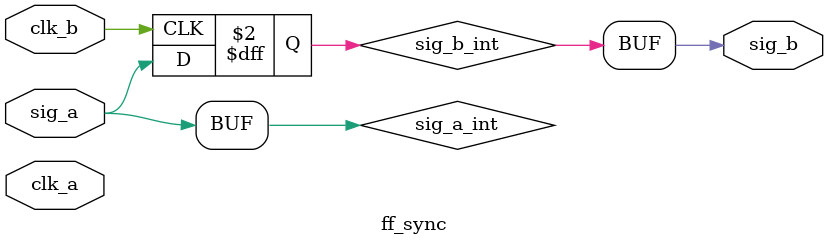
<source format=v>
module ff_sync #
(
    parameter pre_reg   = 0,
    parameter re_edge   = 1,
    parameter sync_size = 2
)
(
    input  wire        clk_a,
    input              sig_a,
    input  wire        clk_b,
    output             sig_b
);

  reg [sync_size-2:0] sig_b_int;
  wire [sync_size-2:0] sig_a_int;

    
    generate if (pre_reg) begin : A1
        always @(posedge clk_a) begin
            if (re_edge) begin
                sig_a_int <= sig_a;
            end else begin
                sig_a_int <=  sig_a;
            end
        end
    end else begin : A2
      assign sig_a_int[sync_size-2] = sig_a;
    end endgenerate

    always @(posedge clk_b) begin   
        if (re_edge) begin
          sig_b_int <= {sig_b_int[sync_size-2:0], sig_a_int};
        end else begin
          sig_b_int <= {sig_b_int[sync_size-2:0], sig_a_int};
        end
    end
 
  assign sig_b = sig_b_int[sync_size-2];

endmodule

</source>
